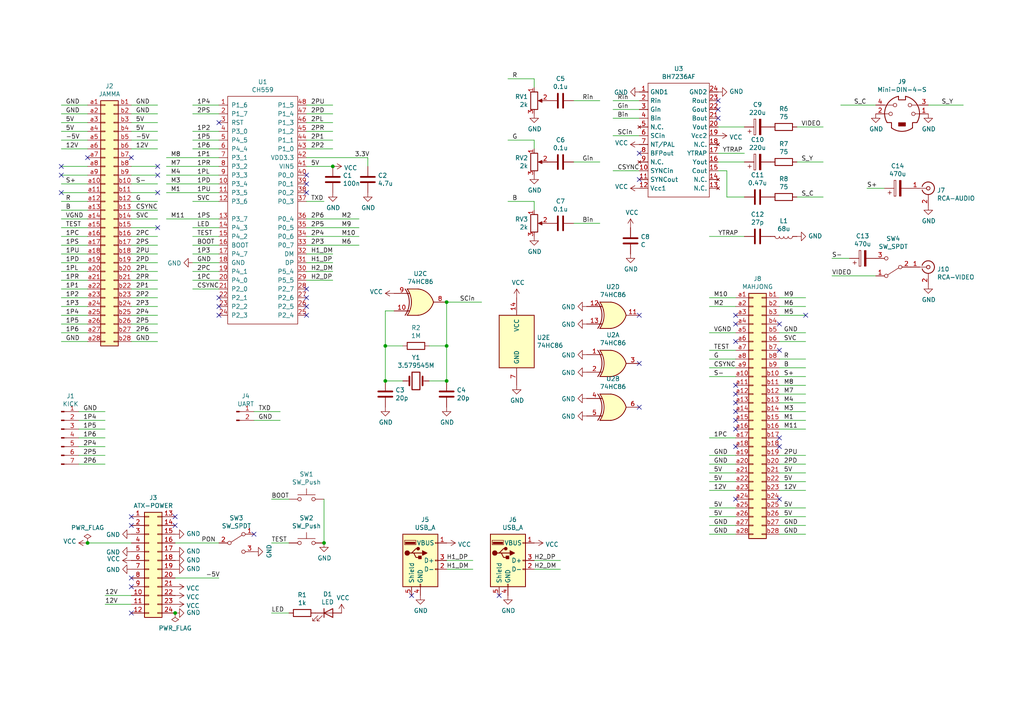
<source format=kicad_sch>
(kicad_sch (version 20211123) (generator eeschema)
  (paper "A4")
  (junction (at 129.54 110.49))
  (junction (at 25.4 157.48))
  (junction (at 96.52 48.26))
  (junction (at 129.54 100.33))
  (junction (at 93.98 157.48))
  (junction (at 50.8 177.8))
  (junction (at 111.76 110.49))
  (junction (at 129.54 87.63))
  (junction (at 111.76 100.33))
  (no_connect (at 17.78 55.88))
  (no_connect (at 185.42 118.11))
  (no_connect (at 88.9 88.9))
  (no_connect (at 88.9 91.44))
  (no_connect (at 45.72 66.04))
  (no_connect (at 45.72 55.88))
  (no_connect (at 38.1 45.72))
  (no_connect (at 213.36 121.92))
  (no_connect (at 73.66 154.94))
  (no_connect (at 38.1 177.8))
  (no_connect (at 38.1 170.18))
  (no_connect (at 38.1 167.64))
  (no_connect (at 63.5 88.9))
  (no_connect (at 38.1 152.4))
  (no_connect (at 25.4 45.72))
  (no_connect (at 185.42 52.07))
  (no_connect (at 63.5 35.56))
  (no_connect (at 88.9 55.88))
  (no_connect (at 119.38 172.72))
  (no_connect (at 50.8 149.86))
  (no_connect (at 213.36 124.46))
  (no_connect (at 226.06 93.98))
  (no_connect (at 208.28 29.21))
  (no_connect (at 213.36 99.06))
  (no_connect (at 213.36 114.3))
  (no_connect (at 213.36 111.76))
  (no_connect (at 213.36 129.54))
  (no_connect (at 213.36 93.98))
  (no_connect (at 50.8 152.4))
  (no_connect (at 226.06 129.54))
  (no_connect (at 144.78 172.72))
  (no_connect (at 17.78 50.8))
  (no_connect (at 213.36 144.78))
  (no_connect (at 208.28 31.75))
  (no_connect (at 233.68 91.44))
  (no_connect (at 185.42 105.41))
  (no_connect (at 226.06 101.6))
  (no_connect (at 88.9 53.34))
  (no_connect (at 17.78 48.26))
  (no_connect (at 38.1 149.86))
  (no_connect (at 185.42 91.44))
  (no_connect (at 226.06 144.78))
  (no_connect (at 88.9 83.82))
  (no_connect (at 213.36 116.84))
  (no_connect (at 213.36 119.38))
  (no_connect (at 45.72 48.26))
  (no_connect (at 208.28 34.29))
  (no_connect (at 88.9 86.36))
  (no_connect (at 88.9 50.8))
  (no_connect (at 185.42 44.45))
  (no_connect (at 63.5 91.44))
  (no_connect (at 45.72 50.8))
  (no_connect (at 63.5 86.36))
  (no_connect (at 226.06 127))
  (no_connect (at 213.36 91.44))
  (wire (pts (xy 55.88 81.28) (xy 63.5 81.28)))
  (wire (pts (xy 185.42 29.21) (xy 177.8 29.21)))
  (wire (pts (xy 205.74 134.62) (xy 213.36 134.62)))
  (wire (pts (xy 226.06 96.52) (xy 233.68 96.52)))
  (wire (pts (xy 111.76 110.49) (xy 116.84 110.49)))
  (wire (pts (xy 226.06 147.32) (xy 233.68 147.32)))
  (wire (pts (xy 88.9 81.28) (xy 96.52 81.28)))
  (wire (pts (xy 246.38 74.93) (xy 241.3 74.93)))
  (wire (pts (xy 48.26 45.72) (xy 63.5 45.72)))
  (wire (pts (xy 93.98 144.78) (xy 93.98 157.48)))
  (wire (pts (xy 38.1 58.42) (xy 45.72 58.42)))
  (wire (pts (xy 269.24 30.48) (xy 279.4 30.48)))
  (wire (pts (xy 38.1 33.02) (xy 45.72 33.02)))
  (wire (pts (xy 205.74 127) (xy 213.36 127)))
  (wire (pts (xy 129.54 165.1) (xy 137.16 165.1)))
  (wire (pts (xy 226.06 132.08) (xy 233.68 132.08)))
  (wire (pts (xy 38.1 172.72) (xy 30.48 172.72)))
  (wire (pts (xy 226.06 119.38) (xy 233.68 119.38)))
  (wire (pts (xy 38.1 38.1) (xy 45.72 38.1)))
  (wire (pts (xy 25.4 40.64) (xy 17.78 40.64)))
  (wire (pts (xy 226.06 88.9) (xy 233.68 88.9)))
  (wire (pts (xy 154.94 58.42) (xy 154.94 60.96)))
  (wire (pts (xy 208.28 44.45) (xy 215.9 44.45)))
  (wire (pts (xy 129.54 87.63) (xy 129.54 100.33)))
  (wire (pts (xy 129.54 87.63) (xy 139.7 87.63)))
  (wire (pts (xy 22.86 132.08) (xy 30.48 132.08)))
  (wire (pts (xy 88.9 58.42) (xy 93.98 58.42)))
  (wire (pts (xy 38.1 99.06) (xy 45.72 99.06)))
  (wire (pts (xy 226.06 91.44) (xy 233.68 91.44)))
  (wire (pts (xy 185.42 34.29) (xy 177.8 34.29)))
  (wire (pts (xy 25.4 157.48) (xy 38.1 157.48)))
  (wire (pts (xy 205.74 88.9) (xy 213.36 88.9)))
  (wire (pts (xy 73.66 119.38) (xy 81.28 119.38)))
  (wire (pts (xy 48.26 50.8) (xy 63.5 50.8)))
  (wire (pts (xy 22.86 129.54) (xy 30.48 129.54)))
  (wire (pts (xy 38.1 96.52) (xy 45.72 96.52)))
  (wire (pts (xy 226.06 86.36) (xy 233.68 86.36)))
  (wire (pts (xy 38.1 66.04) (xy 45.72 66.04)))
  (wire (pts (xy 205.74 149.86) (xy 213.36 149.86)))
  (wire (pts (xy 25.4 68.58) (xy 17.78 68.58)))
  (wire (pts (xy 38.1 78.74) (xy 45.72 78.74)))
  (wire (pts (xy 205.74 132.08) (xy 213.36 132.08)))
  (wire (pts (xy 185.42 31.75) (xy 177.8 31.75)))
  (wire (pts (xy 63.5 83.82) (xy 55.88 83.82)))
  (wire (pts (xy 38.1 68.58) (xy 45.72 68.58)))
  (wire (pts (xy 55.88 40.64) (xy 63.5 40.64)))
  (wire (pts (xy 88.9 35.56) (xy 96.52 35.56)))
  (wire (pts (xy 38.1 35.56) (xy 45.72 35.56)))
  (wire (pts (xy 226.06 121.92) (xy 233.68 121.92)))
  (wire (pts (xy 205.74 154.94) (xy 213.36 154.94)))
  (wire (pts (xy 55.88 43.18) (xy 63.5 43.18)))
  (wire (pts (xy 25.4 73.66) (xy 17.78 73.66)))
  (wire (pts (xy 25.4 96.52) (xy 17.78 96.52)))
  (wire (pts (xy 55.88 68.58) (xy 63.5 68.58)))
  (wire (pts (xy 88.9 48.26) (xy 96.52 48.26)))
  (wire (pts (xy 55.88 58.42) (xy 63.5 58.42)))
  (wire (pts (xy 55.88 38.1) (xy 63.5 38.1)))
  (wire (pts (xy 38.1 93.98) (xy 45.72 93.98)))
  (wire (pts (xy 38.1 76.2) (xy 45.72 76.2)))
  (wire (pts (xy 226.06 142.24) (xy 233.68 142.24)))
  (wire (pts (xy 111.76 90.17) (xy 111.76 100.33)))
  (wire (pts (xy 73.66 121.92) (xy 81.28 121.92)))
  (wire (pts (xy 154.94 165.1) (xy 162.56 165.1)))
  (wire (pts (xy 25.4 78.74) (xy 17.78 78.74)))
  (wire (pts (xy 38.1 73.66) (xy 45.72 73.66)))
  (wire (pts (xy 88.9 63.5) (xy 104.14 63.5)))
  (wire (pts (xy 25.4 81.28) (xy 17.78 81.28)))
  (wire (pts (xy 25.4 93.98) (xy 17.78 93.98)))
  (wire (pts (xy 124.46 110.49) (xy 129.54 110.49)))
  (wire (pts (xy 205.74 152.4) (xy 213.36 152.4)))
  (wire (pts (xy 25.4 38.1) (xy 17.78 38.1)))
  (wire (pts (xy 226.06 137.16) (xy 233.68 137.16)))
  (wire (pts (xy 25.4 58.42) (xy 17.78 58.42)))
  (wire (pts (xy 50.8 167.64) (xy 63.5 167.64)))
  (wire (pts (xy 88.9 30.48) (xy 96.52 30.48)))
  (wire (pts (xy 205.74 142.24) (xy 213.36 142.24)))
  (wire (pts (xy 22.86 124.46) (xy 30.48 124.46)))
  (wire (pts (xy 55.88 73.66) (xy 63.5 73.66)))
  (wire (pts (xy 25.4 83.82) (xy 17.78 83.82)))
  (wire (pts (xy 38.1 50.8) (xy 45.72 50.8)))
  (wire (pts (xy 154.94 40.64) (xy 147.32 40.64)))
  (wire (pts (xy 226.06 139.7) (xy 233.68 139.7)))
  (wire (pts (xy 205.74 101.6) (xy 213.36 101.6)))
  (wire (pts (xy 38.1 86.36) (xy 45.72 86.36)))
  (wire (pts (xy 226.06 111.76) (xy 233.68 111.76)))
  (wire (pts (xy 25.4 60.96) (xy 17.78 60.96)))
  (wire (pts (xy 210.82 57.15) (xy 215.9 57.15)))
  (wire (pts (xy 114.3 90.17) (xy 111.76 90.17)))
  (wire (pts (xy 185.42 49.53) (xy 177.8 49.53)))
  (wire (pts (xy 226.06 114.3) (xy 233.68 114.3)))
  (wire (pts (xy 231.14 57.15) (xy 238.76 57.15)))
  (wire (pts (xy 208.28 49.53) (xy 210.82 49.53)))
  (wire (pts (xy 208.28 46.99) (xy 215.9 46.99)))
  (wire (pts (xy 38.1 81.28) (xy 45.72 81.28)))
  (wire (pts (xy 205.74 86.36) (xy 213.36 86.36)))
  (wire (pts (xy 154.94 22.86) (xy 154.94 25.4)))
  (wire (pts (xy 48.26 55.88) (xy 63.5 55.88)))
  (wire (pts (xy 55.88 33.02) (xy 63.5 33.02)))
  (wire (pts (xy 166.37 29.21) (xy 173.99 29.21)))
  (wire (pts (xy 25.4 66.04) (xy 17.78 66.04)))
  (wire (pts (xy 38.1 175.26) (xy 30.48 175.26)))
  (wire (pts (xy 185.42 39.37) (xy 177.8 39.37)))
  (wire (pts (xy 154.94 58.42) (xy 147.32 58.42)))
  (wire (pts (xy 25.4 86.36) (xy 17.78 86.36)))
  (wire (pts (xy 38.1 60.96) (xy 45.72 60.96)))
  (wire (pts (xy 166.37 46.99) (xy 173.99 46.99)))
  (wire (pts (xy 226.06 99.06) (xy 233.68 99.06)))
  (wire (pts (xy 226.06 124.46) (xy 233.68 124.46)))
  (wire (pts (xy 205.74 109.22) (xy 213.36 109.22)))
  (wire (pts (xy 38.1 55.88) (xy 45.72 55.88)))
  (wire (pts (xy 226.06 116.84) (xy 233.68 116.84)))
  (wire (pts (xy 88.9 73.66) (xy 96.52 73.66)))
  (wire (pts (xy 25.4 33.02) (xy 17.78 33.02)))
  (wire (pts (xy 25.4 53.34) (xy 17.78 53.34)))
  (wire (pts (xy 88.9 76.2) (xy 96.52 76.2)))
  (wire (pts (xy 38.1 83.82) (xy 45.72 83.82)))
  (wire (pts (xy 25.4 35.56) (xy 17.78 35.56)))
  (wire (pts (xy 22.86 127) (xy 30.48 127)))
  (wire (pts (xy 55.88 66.04) (xy 63.5 66.04)))
  (wire (pts (xy 38.1 91.44) (xy 45.72 91.44)))
  (wire (pts (xy 38.1 30.48) (xy 45.72 30.48)))
  (wire (pts (xy 129.54 100.33) (xy 129.54 110.49)))
  (wire (pts (xy 241.3 80.01) (xy 254 80.01)))
  (wire (pts (xy 88.9 38.1) (xy 96.52 38.1)))
  (wire (pts (xy 205.74 104.14) (xy 213.36 104.14)))
  (wire (pts (xy 25.4 76.2) (xy 17.78 76.2)))
  (wire (pts (xy 154.94 162.56) (xy 162.56 162.56)))
  (wire (pts (xy 215.9 68.58) (xy 205.74 68.58)))
  (wire (pts (xy 38.1 48.26) (xy 45.72 48.26)))
  (wire (pts (xy 83.82 144.78) (xy 78.74 144.78)))
  (wire (pts (xy 22.86 134.62) (xy 30.48 134.62)))
  (wire (pts (xy 116.84 100.33) (xy 111.76 100.33)))
  (wire (pts (xy 25.4 43.18) (xy 17.78 43.18)))
  (wire (pts (xy 166.37 64.77) (xy 173.99 64.77)))
  (wire (pts (xy 55.88 71.12) (xy 63.5 71.12)))
  (wire (pts (xy 55.88 76.2) (xy 63.5 76.2)))
  (wire (pts (xy 226.06 109.22) (xy 233.68 109.22)))
  (wire (pts (xy 88.9 45.72) (xy 106.68 45.72)))
  (wire (pts (xy 88.9 40.64) (xy 96.52 40.64)))
  (wire (pts (xy 25.4 99.06) (xy 17.78 99.06)))
  (wire (pts (xy 111.76 100.33) (xy 111.76 110.49)))
  (wire (pts (xy 25.4 55.88) (xy 17.78 55.88)))
  (wire (pts (xy 48.26 48.26) (xy 63.5 48.26)))
  (wire (pts (xy 226.06 106.68) (xy 233.68 106.68)))
  (wire (pts (xy 83.82 177.8) (xy 78.74 177.8)))
  (wire (pts (xy 226.06 152.4) (xy 233.68 152.4)))
  (wire (pts (xy 38.1 40.64) (xy 45.72 40.64)))
  (wire (pts (xy 210.82 49.53) (xy 210.82 57.15)))
  (wire (pts (xy 55.88 78.74) (xy 63.5 78.74)))
  (wire (pts (xy 25.4 88.9) (xy 17.78 88.9)))
  (wire (pts (xy 106.68 45.72) (xy 106.68 48.26)))
  (wire (pts (xy 226.06 149.86) (xy 233.68 149.86)))
  (wire (pts (xy 22.86 121.92) (xy 30.48 121.92)))
  (wire (pts (xy 48.26 53.34) (xy 63.5 53.34)))
  (wire (pts (xy 205.74 139.7) (xy 213.36 139.7)))
  (wire (pts (xy 55.88 30.48) (xy 63.5 30.48)))
  (wire (pts (xy 256.54 54.61) (xy 251.46 54.61)))
  (wire (pts (xy 208.28 36.83) (xy 215.9 36.83)))
  (wire (pts (xy 38.1 88.9) (xy 45.72 88.9)))
  (wire (pts (xy 124.46 100.33) (xy 129.54 100.33)))
  (wire (pts (xy 38.1 53.34) (xy 45.72 53.34)))
  (wire (pts (xy 226.06 104.14) (xy 233.68 104.14)))
  (wire (pts (xy 88.9 78.74) (xy 96.52 78.74)))
  (wire (pts (xy 88.9 43.18) (xy 96.52 43.18)))
  (wire (pts (xy 50.8 157.48) (xy 63.5 157.48)))
  (wire (pts (xy 78.74 157.48) (xy 83.82 157.48)))
  (wire (pts (xy 38.1 43.18) (xy 45.72 43.18)))
  (wire (pts (xy 129.54 162.56) (xy 137.16 162.56)))
  (wire (pts (xy 25.4 50.8) (xy 17.78 50.8)))
  (wire (pts (xy 48.26 63.5) (xy 63.5 63.5)))
  (wire (pts (xy 88.9 68.58) (xy 104.14 68.58)))
  (wire (pts (xy 226.06 134.62) (xy 233.68 134.62)))
  (wire (pts (xy 205.74 96.52) (xy 213.36 96.52)))
  (wire (pts (xy 226.06 154.94) (xy 233.68 154.94)))
  (wire (pts (xy 231.14 46.99) (xy 238.76 46.99)))
  (wire (pts (xy 25.4 91.44) (xy 17.78 91.44)))
  (wire (pts (xy 154.94 22.86) (xy 147.32 22.86)))
  (wire (pts (xy 88.9 66.04) (xy 104.14 66.04)))
  (wire (pts (xy 243.84 30.48) (xy 254 30.48)))
  (wire (pts (xy 205.74 106.68) (xy 213.36 106.68)))
  (wire (pts (xy 154.94 40.64) (xy 154.94 43.18)))
  (wire (pts (xy 25.4 48.26) (xy 17.78 48.26)))
  (wire (pts (xy 25.4 63.5) (xy 17.78 63.5)))
  (wire (pts (xy 25.4 30.48) (xy 17.78 30.48)))
  (wire (pts (xy 88.9 33.02) (xy 96.52 33.02)))
  (wire (pts (xy 205.74 137.16) (xy 213.36 137.16)))
  (wire (pts (xy 231.14 36.83) (xy 238.76 36.83)))
  (wire (pts (xy 205.74 147.32) (xy 213.36 147.32)))
  (wire (pts (xy 88.9 71.12) (xy 104.14 71.12)))
  (wire (pts (xy 38.1 71.12) (xy 45.72 71.12)))
  (wire (pts (xy 22.86 119.38) (xy 30.48 119.38)))
  (wire (pts (xy 38.1 63.5) (xy 45.72 63.5)))
  (wire (pts (xy 25.4 71.12) (xy 17.78 71.12)))
  (label "TEST" (at 78.74 157.48 0))
  (label "GND" (at 207.01 152.4 0))
  (label "2P4" (at 24.13 129.54 0))
  (label "2PS" (at 57.15 33.02 0))
  (label "R" (at 227.33 104.14 0))
  (label "2PU" (at 90.17 30.48 0))
  (label "5V" (at 39.37 38.1 0))
  (label "1P2" (at 19.05 86.36 0))
  (label "1P4" (at 19.05 91.44 0))
  (label "1PL" (at 57.15 50.8 0))
  (label "1PS" (at 19.05 71.12 0))
  (label "2P2" (at 39.37 86.36 0))
  (label "CSYNC" (at 207.01 106.68 0))
  (label "Gin" (at 179.07 31.75 0))
  (label "1P4" (at 57.15 30.48 0))
  (label "12V" (at 207.01 142.24 0))
  (label "1P6" (at 19.05 96.52 0))
  (label "12V" (at 19.05 43.18 0))
  (label "2P5" (at 90.17 66.04 0))
  (label "5V" (at 19.05 38.1 0))
  (label "GND" (at 207.01 134.62 0))
  (label "2P5" (at 39.37 93.98 0))
  (label "2P5" (at 24.13 132.08 0))
  (label "M10" (at 207.01 86.36 0))
  (label "S_Y" (at 273.05 30.48 0))
  (label "1PR" (at 19.05 81.28 0))
  (label "BOOT" (at 57.15 71.12 0))
  (label "M4" (at 49.53 50.8 0))
  (label "GND" (at 39.37 99.06 0))
  (label "12V" (at 30.48 172.72 0))
  (label "S_C" (at 232.41 57.15 0))
  (label "B" (at 19.05 60.96 0))
  (label "M7" (at 227.33 114.3 0))
  (label "2PU" (at 227.33 132.08 0))
  (label "M8" (at 49.53 45.72 0))
  (label "GND" (at 19.05 30.48 0))
  (label "M2" (at 99.06 63.5 0))
  (label "R" (at 148.59 22.86 0))
  (label "CSYNC" (at 179.07 49.53 0))
  (label "5V" (at 207.01 139.7 0))
  (label "1P1" (at 57.15 45.72 0))
  (label "1PL" (at 19.05 78.74 0))
  (label "1P5" (at 24.13 124.46 0))
  (label "GND" (at 19.05 99.06 0))
  (label "VGND" (at 207.01 96.52 0))
  (label "5V" (at 207.01 137.16 0))
  (label "1P6" (at 57.15 43.18 0))
  (label "S-" (at 241.3 74.93 0))
  (label "2PR" (at 90.17 38.1 0))
  (label "Rin" (at 179.07 29.21 0))
  (label "H1_DP" (at 90.17 76.2 0))
  (label "Bin" (at 179.07 34.29 0))
  (label "5V" (at 19.05 35.56 0))
  (label "1PC" (at 57.15 81.28 0))
  (label "1PC" (at 19.05 68.58 0))
  (label "2PL" (at 90.17 35.56 0))
  (label "H1_DM" (at 90.17 73.66 0))
  (label "2P6" (at 90.17 63.5 0))
  (label "VIDEO" (at 232.41 36.83 0))
  (label "-5V" (at 39.37 40.64 0))
  (label "SVC" (at 227.33 99.06 0))
  (label "H1_DM" (at 129.54 165.1 0))
  (label "YTRAP" (at 209.55 44.45 0))
  (label "1PR" (at 57.15 48.26 0))
  (label "12V" (at 39.37 43.18 0))
  (label "5V" (at 90.17 48.26 0))
  (label "Bin" (at 168.91 64.77 0))
  (label "GND" (at 207.01 154.94 0))
  (label "5V" (at 207.01 147.32 0))
  (label "2P2" (at 90.17 43.18 0))
  (label "2PD" (at 39.37 76.2 0))
  (label "GND" (at 39.37 30.48 0))
  (label "M3" (at 49.53 53.34 0))
  (label "M8" (at 227.33 111.76 0))
  (label "1PU" (at 19.05 73.66 0))
  (label "2P1" (at 39.37 83.82 0))
  (label "12V" (at 30.48 175.26 0))
  (label "GND" (at 19.05 33.02 0))
  (label "TXD" (at 90.17 58.42 0))
  (label "S-" (at 39.37 53.34 0))
  (label "2PD" (at 227.33 134.62 0))
  (label "GND" (at 207.01 132.08 0))
  (label "M2" (at 207.01 88.9 0))
  (label "G" (at 207.01 104.14 0))
  (label "5V" (at 227.33 149.86 0))
  (label "1P6" (at 24.13 127 0))
  (label "M7" (at 49.53 48.26 0))
  (label "2PS" (at 39.37 71.12 0))
  (label "M9" (at 99.06 66.04 0))
  (label "1PU" (at 57.15 55.88 0))
  (label "YTRAP" (at 208.28 68.58 0))
  (label "H2_DP" (at 90.17 81.28 0))
  (label "M9" (at 227.33 86.36 0))
  (label "SCin" (at 133.35 87.63 0))
  (label "CSYNC" (at 57.15 83.82 0))
  (label "GND" (at 227.33 96.52 0))
  (label "1P3" (at 57.15 73.66 0))
  (label "12V" (at 227.33 142.24 0))
  (label "VIDEO" (at 241.3 80.01 0))
  (label "H2_DM" (at 154.94 165.1 0))
  (label "3.3V" (at 102.87 45.72 0))
  (label "SVC" (at 39.37 63.5 0))
  (label "LED" (at 78.74 177.8 0))
  (label "2PC" (at 39.37 68.58 0))
  (label "2PD" (at 90.17 33.02 0))
  (label "TEST" (at 19.05 66.04 0))
  (label "SVC" (at 57.15 58.42 0))
  (label "GND" (at 227.33 154.94 0))
  (label "SCin" (at 179.07 39.37 0))
  (label "M11" (at 227.33 124.46 0))
  (label "1P3" (at 19.05 88.9 0))
  (label "5V" (at 207.01 149.86 0))
  (label "BOOT" (at 78.74 144.78 0))
  (label "TEST" (at 57.15 68.58 0))
  (label "2PC" (at 57.15 78.74 0))
  (label "GND" (at 39.37 33.02 0))
  (label "5V" (at 39.37 35.56 0))
  (label "2P6" (at 24.13 134.62 0))
  (label "M1" (at 49.53 55.88 0))
  (label "GND" (at 74.93 121.92 0))
  (label "TEST" (at 207.01 101.6 0))
  (label "-5V" (at 59.69 167.64 0))
  (label "B" (at 227.33 106.68 0))
  (label "1P2" (at 57.15 38.1 0))
  (label "S+" (at 227.33 109.22 0))
  (label "S_Y" (at 232.41 46.99 0))
  (label "1P4" (at 24.13 121.92 0))
  (label "B" (at 148.59 58.42 0))
  (label "2P6" (at 39.37 96.52 0))
  (label "2PR" (at 39.37 81.28 0))
  (label "2P3" (at 39.37 88.9 0))
  (label "LED" (at 57.15 66.04 0))
  (label "2P1" (at 90.17 40.64 0))
  (label "M6" (at 227.33 88.9 0))
  (label "G" (at 39.37 58.42 0))
  (label "Gin" (at 168.91 46.99 0))
  (label "H1_DP" (at 129.54 162.56 0))
  (label "5V" (at 227.33 147.32 0))
  (label "G" (at 148.59 40.64 0))
  (label "VGND" (at 19.05 63.5 0))
  (label "R" (at 19.05 58.42 0))
  (label "H2_DP" (at 154.94 162.56 0))
  (label "H2_DM" (at 90.17 78.74 0))
  (label "2PL" (at 39.37 78.74 0))
  (label "2P4" (at 39.37 91.44 0))
  (label "CSYNC" (at 39.37 60.96 0))
  (label "1PD" (at 57.15 53.34 0))
  (label "S+" (at 19.05 53.34 0))
  (label "1PS" (at 57.15 63.5 0))
  (label "1P1" (at 19.05 83.82 0))
  (label "M4" (at 227.33 116.84 0))
  (label "PON" (at 58.42 157.48 0))
  (label "2P3" (at 90.17 71.12 0))
  (label "-5V" (at 19.05 40.64 0))
  (label "1P5" (at 57.15 40.64 0))
  (label "GND" (at 24.13 119.38 0))
  (label "S+" (at 251.46 54.61 0))
  (label "5V" (at 227.33 139.7 0))
  (label "S_C" (at 247.65 30.48 0))
  (label "M3" (at 227.33 119.38 0))
  (label "Rin" (at 168.91 29.21 0))
  (label "2P4" (at 90.17 68.58 0))
  (label "GND" (at 227.33 152.4 0))
  (label "1PC" (at 207.01 127 0))
  (label "M11" (at 49.53 63.5 0))
  (label "GND" (at 57.15 76.2 0))
  (label "5V" (at 227.33 137.16 0))
  (label "M1" (at 227.33 121.92 0))
  (label "1P5" (at 19.05 93.98 0))
  (label "M5" (at 227.33 91.44 0))
  (label "M10" (at 99.06 68.58 0))
  (label "S-" (at 207.01 109.22 0))
  (label "TXD" (at 74.93 119.38 0))
  (label "2PU" (at 39.37 73.66 0))
  (label "M6" (at 99.06 71.12 0))
  (label "1PD" (at 19.05 76.2 0))
  (symbol (lib_id "Connector:Conn_01x07_Male") (at 17.78 127 0) (unit 1)
    (property "Reference" "J1" (at 20.4724 114.8588 0))
    (property "Value" "KICK" (at 20.4724 117.1702 0))
    (property "Footprint" "Connector_PinHeader_2.54mm:PinHeader_1x07_P2.54mm_Vertical" (effects hide))
  )
  (symbol (lib_id "Jasmin-rescue:BH7236AF-mei") (at 196.85 39.37 0) (unit 1)
    (property "Reference" "U3" (at 196.85 19.939 0))
    (property "Value" "BH7236AF" (at 196.85 22.2504 0))
    (property "Footprint" "mei:SOIC-24_5.4x15.4mm_P1.27mm[BH7236]" (effects hide))
  )
  (symbol (lib_id "Jasmin-rescue:R_POT-Device") (at 154.94 29.21 0) (unit 1)
    (property "Reference" "RV1" (at 153.162 28.0416 0) (effects (justify right)))
    (property "Value" "2k" (at 153.162 30.353 0) (effects (justify right)))
    (property "Footprint" "mei:RV-RM-065" (effects hide))
  )
  (symbol (lib_id "power:GND") (at 154.94 33.02 0) (unit 1)
    (property "Reference" "#PWR029" (effects hide))
    (property "Value" "GND" (at 155.067 37.4142 0))
  )
  (symbol (lib_id "Device:C") (at 162.56 29.21 270) (unit 1)
    (property "Reference" "C5" (at 162.56 22.8092 90))
    (property "Value" "0.1u" (at 162.56 25.1206 90))
    (property "Footprint" "Capacitor_SMD:C_0603_1608Metric" (effects hide))
  )
  (symbol (lib_id "Jasmin-rescue:R_POT-Device") (at 154.94 46.99 0) (unit 1)
    (property "Reference" "RV2" (at 153.162 45.8216 0) (effects (justify right)))
    (property "Value" "2k" (at 153.162 48.133 0) (effects (justify right)))
    (property "Footprint" "mei:RV-RM-065" (effects hide))
  )
  (symbol (lib_id "power:GND") (at 154.94 50.8 0) (unit 1)
    (property "Reference" "#PWR030" (effects hide))
    (property "Value" "GND" (at 155.067 55.1942 0))
  )
  (symbol (lib_id "Device:C") (at 162.56 46.99 270) (unit 1)
    (property "Reference" "C6" (at 162.56 40.5892 90))
    (property "Value" "0.1u" (at 162.56 42.9006 90))
    (property "Footprint" "Capacitor_SMD:C_0603_1608Metric" (effects hide))
  )
  (symbol (lib_id "Jasmin-rescue:R_POT-Device") (at 154.94 64.77 0) (unit 1)
    (property "Reference" "RV3" (at 153.162 63.6016 0) (effects (justify right)))
    (property "Value" "2k" (at 153.162 65.913 0) (effects (justify right)))
    (property "Footprint" "mei:RV-RM-065" (effects hide))
  )
  (symbol (lib_id "power:GND") (at 154.94 68.58 0) (unit 1)
    (property "Reference" "#PWR031" (effects hide))
    (property "Value" "GND" (at 155.067 72.9742 0))
  )
  (symbol (lib_id "Device:C") (at 162.56 64.77 270) (unit 1)
    (property "Reference" "C7" (at 162.56 58.3692 90))
    (property "Value" "0.1u" (at 162.56 60.6806 90))
    (property "Footprint" "Capacitor_SMD:C_0603_1608Metric" (effects hide))
  )
  (symbol (lib_id "power:GND") (at 185.42 26.67 270) (unit 1)
    (property "Reference" "#PWR037" (effects hide))
    (property "Value" "GND" (at 182.1688 26.797 90) (effects (justify right)))
  )
  (symbol (lib_id "power:GND") (at 208.28 26.67 90) (unit 1)
    (property "Reference" "#PWR040" (effects hide))
    (property "Value" "GND" (at 211.5312 26.543 90) (effects (justify right)))
  )
  (symbol (lib_id "power:VCC") (at 185.42 54.61 90) (unit 1)
    (property "Reference" "#PWR039" (effects hide))
    (property "Value" "VCC" (at 182.1942 54.1528 90) (effects (justify left)))
  )
  (symbol (lib_id "power:VCC") (at 185.42 41.91 90) (unit 1)
    (property "Reference" "#PWR038" (effects hide))
    (property "Value" "VCC" (at 182.1942 41.4528 90) (effects (justify left)))
  )
  (symbol (lib_id "power:VCC") (at 208.28 39.37 270) (unit 1)
    (property "Reference" "#PWR041" (effects hide))
    (property "Value" "VCC" (at 211.5312 39.8018 90) (effects (justify left)))
  )
  (symbol (lib_id "Jasmin-rescue:CP-Device") (at 219.71 36.83 90) (unit 1)
    (property "Reference" "C9" (at 219.71 30.353 90))
    (property "Value" "220u" (at 219.71 32.6644 90))
    (property "Footprint" "Capacitor_THT:CP_Radial_D5.0mm_P2.50mm" (effects hide))
  )
  (symbol (lib_id "Jasmin-rescue:CP-Device") (at 219.71 46.99 90) (unit 1)
    (property "Reference" "C10" (at 219.71 40.513 90))
    (property "Value" "220u" (at 219.71 42.8244 90))
    (property "Footprint" "Capacitor_THT:CP_Radial_D5.0mm_P2.50mm" (effects hide))
  )
  (symbol (lib_id "Device:C") (at 219.71 57.15 270) (unit 1)
    (property "Reference" "C11" (at 219.71 50.7492 90))
    (property "Value" "0.47u" (at 219.71 53.0606 90))
    (property "Footprint" "Capacitor_SMD:C_0603_1608Metric" (effects hide))
  )
  (symbol (lib_id "Device:R") (at 227.33 36.83 270) (unit 1)
    (property "Reference" "R6" (at 227.33 31.5722 90))
    (property "Value" "75" (at 227.33 33.8836 90))
    (property "Footprint" "Resistor_SMD:R_0603_1608Metric" (effects hide))
  )
  (symbol (lib_id "Device:R") (at 227.33 46.99 270) (unit 1)
    (property "Reference" "R7" (at 227.33 41.7322 90))
    (property "Value" "75" (at 227.33 44.0436 90))
    (property "Footprint" "Resistor_SMD:R_0603_1608Metric" (effects hide))
  )
  (symbol (lib_id "Device:R") (at 227.33 57.15 270) (unit 1)
    (property "Reference" "R8" (at 227.33 51.8922 90))
    (property "Value" "75" (at 227.33 54.2036 90))
    (property "Footprint" "Resistor_SMD:R_0603_1608Metric" (effects hide))
  )
  (symbol (lib_id "Device:C") (at 182.88 69.85 0) (unit 1)
    (property "Reference" "C8" (at 185.801 68.6816 0) (effects (justify left)))
    (property "Value" "C" (at 185.801 70.993 0) (effects (justify left)))
    (property "Footprint" "Capacitor_SMD:C_0603_1608Metric" (effects hide))
  )
  (symbol (lib_id "power:VCC") (at 182.88 66.04 0) (unit 1)
    (property "Reference" "#PWR035" (effects hide))
    (property "Value" "VCC" (at 183.3118 61.6458 0))
  )
  (symbol (lib_id "power:GND") (at 182.88 73.66 0) (unit 1)
    (property "Reference" "#PWR036" (effects hide))
    (property "Value" "GND" (at 183.007 78.0542 0))
  )
  (symbol (lib_id "74xx:74HC86") (at 149.86 99.06 0) (unit 5)
    (property "Reference" "U2" (at 155.702 97.8916 0) (effects (justify left)))
    (property "Value" "74HC86" (at 155.702 100.203 0) (effects (justify left)))
    (property "Footprint" "mei:SOIC-14_4.4x8.7mm_P1.27mm" (effects hide))
    (property "Datasheet" "http://www.ti.com/lit/gpn/sn74HC86" (effects hide))
  )
  (symbol (lib_id "power:GND") (at 149.86 111.76 0) (unit 1)
    (property "Reference" "#PWR028" (effects hide))
    (property "Value" "GND" (at 149.987 116.1542 0))
  )
  (symbol (lib_id "power:VCC") (at 149.86 86.36 0) (unit 1)
    (property "Reference" "#PWR027" (effects hide))
    (property "Value" "VCC" (at 150.2918 81.9658 0))
  )
  (symbol (lib_id "Connector:Mini-DIN-4") (at 261.62 33.02 0) (unit 1)
    (property "Reference" "J9" (at 261.62 23.6982 0))
    (property "Value" "Mini-DIN-4-S" (at 261.62 26.0096 0))
    (property "Footprint" "mei:MINI-DIN-4-DI-6798-4" (effects hide))
    (property "Datasheet" "http://service.powerdynamics.com/ec/Catalog17/Section%2011.pdf" (effects hide))
  )
  (symbol (lib_id "power:GND") (at 269.24 33.02 0) (unit 1)
    (property "Reference" "#PWR045" (effects hide))
    (property "Value" "GND" (at 269.367 37.4142 0))
  )
  (symbol (lib_id "power:GND") (at 254 33.02 0) (unit 1)
    (property "Reference" "#PWR043" (effects hide))
    (property "Value" "GND" (at 254.127 37.4142 0))
  )
  (symbol (lib_id "Connector:Conn_Coaxial") (at 269.24 77.47 0) (unit 1)
    (property "Reference" "J10" (at 271.78 78.0796 0) (effects (justify left)))
    (property "Value" "RCA-VIDEO" (at 271.78 80.391 0) (effects (justify left)))
    (property "Footprint" "mei:RCA-RJ-2410N" (effects hide))
    (property "Datasheet" " ~" (effects hide))
  )
  (symbol (lib_id "power:GND") (at 269.24 82.55 0) (unit 1)
    (property "Reference" "#PWR044" (effects hide))
    (property "Value" "GND" (at 269.367 86.9442 0))
  )
  (symbol (lib_id "Device:Crystal") (at 120.65 110.49 0) (unit 1)
    (property "Reference" "Y1" (at 120.65 103.6828 0))
    (property "Value" "3.579545M" (at 120.65 105.9942 0))
    (property "Footprint" "Crystal:Crystal_HC49-4H_Vertical" (effects hide))
  )
  (symbol (lib_id "Device:C") (at 111.76 114.3 0) (unit 1)
    (property "Reference" "C3" (at 114.681 113.1316 0) (effects (justify left)))
    (property "Value" "20p" (at 114.681 115.443 0) (effects (justify left)))
    (property "Footprint" "Capacitor_SMD:C_0603_1608Metric" (effects hide))
  )
  (symbol (lib_id "Device:C") (at 129.54 114.3 0) (unit 1)
    (property "Reference" "C4" (at 132.461 113.1316 0) (effects (justify left)))
    (property "Value" "20p" (at 132.461 115.443 0) (effects (justify left)))
    (property "Footprint" "Capacitor_SMD:C_0603_1608Metric" (effects hide))
  )
  (symbol (lib_id "Device:R") (at 120.65 100.33 270) (unit 1)
    (property "Reference" "R2" (at 120.65 95.0722 90))
    (property "Value" "1M" (at 120.65 97.3836 90))
    (property "Footprint" "Resistor_SMD:R_0603_1608Metric" (effects hide))
  )
  (symbol (lib_id "power:GND") (at 111.76 118.11 0) (unit 1)
    (property "Reference" "#PWR021" (effects hide))
    (property "Value" "GND" (at 111.887 122.5042 0))
  )
  (symbol (lib_id "power:GND") (at 129.54 118.11 0) (unit 1)
    (property "Reference" "#PWR024" (effects hide))
    (property "Value" "GND" (at 129.667 122.5042 0))
  )
  (symbol (lib_id "74xx:74HC86") (at 121.92 87.63 0) (unit 3)
    (property "Reference" "U2" (at 121.92 79.375 0))
    (property "Value" "74HC86" (at 121.92 81.6864 0))
    (property "Footprint" "mei:SOIC-14_4.4x8.7mm_P1.27mm" (effects hide))
    (property "Datasheet" "http://www.ti.com/lit/gpn/sn74HC86" (effects hide))
  )
  (symbol (lib_id "power:VCC") (at 114.3 85.09 90) (unit 1)
    (property "Reference" "#PWR022" (effects hide))
    (property "Value" "VCC" (at 111.0742 84.6328 90) (effects (justify left)))
  )
  (symbol (lib_id "Device:C") (at 219.71 68.58 270) (unit 1)
    (property "Reference" "C12" (at 219.71 62.1792 90))
    (property "Value" "27p" (at 219.71 64.4906 90))
    (property "Footprint" "Capacitor_SMD:C_0603_1608Metric" (effects hide))
  )
  (symbol (lib_id "Device:L") (at 227.33 68.58 270) (unit 1)
    (property "Reference" "L1" (at 227.33 64.0588 90))
    (property "Value" "68u" (at 227.33 66.3702 90))
    (property "Footprint" "Inductor_SMD:L_0805_2012Metric" (effects hide))
  )
  (symbol (lib_id "power:GND") (at 231.14 68.58 90) (unit 1)
    (property "Reference" "#PWR042" (effects hide))
    (property "Value" "GND" (at 234.3912 68.453 90) (effects (justify right)))
  )
  (symbol (lib_id "74xx:74HC86") (at 177.8 91.44 0) (unit 4)
    (property "Reference" "U2" (at 177.8 83.185 0))
    (property "Value" "74HC86" (at 177.8 85.4964 0))
    (property "Footprint" "mei:SOIC-14_4.4x8.7mm_P1.27mm" (effects hide))
    (property "Datasheet" "http://www.ti.com/lit/gpn/sn74HC86" (effects hide))
  )
  (symbol (lib_id "power:GND") (at 170.18 88.9 270) (unit 1)
    (property "Reference" "#PWR033" (effects hide))
    (property "Value" "GND" (at 166.9288 89.027 90) (effects (justify right)))
  )
  (symbol (lib_id "power:GND") (at 170.18 93.98 270) (unit 1)
    (property "Reference" "#PWR034" (effects hide))
    (property "Value" "GND" (at 166.9288 94.107 90) (effects (justify right)))
  )
  (symbol (lib_id "Connector_Generic:Conn_02x28_Row_Letter_First") (at 218.44 119.38 0) (unit 1)
    (property "Reference" "J8" (at 219.71 80.8482 0))
    (property "Value" "MAHJONG" (at 219.71 83.1596 0))
    (property "Footprint" "mei:Connector_Edge_3.96mm_02x28_Row_JAMMA" (effects hide))
  )
  (symbol (lib_id "power:GND") (at 55.88 76.2 270) (unit 1)
    (property "Reference" "#PWR014" (effects hide))
    (property "Value" "GND" (at 52.6288 76.327 90) (effects (justify right)))
  )
  (symbol (lib_id "Jasmin-rescue:CH559-mei") (at 76.2 59.69 0) (unit 1)
    (property "Reference" "U1" (at 76.2 23.749 0))
    (property "Value" "CH559" (at 76.2 26.0604 0))
    (property "Footprint" "Package_QFP:LQFP-48_7x7mm_P0.5mm" (effects hide))
  )
  (symbol (lib_id "Device:C") (at 96.52 52.07 0) (unit 1)
    (property "Reference" "C1" (at 99.441 50.9016 0) (effects (justify left)))
    (property "Value" "100n" (at 99.441 53.213 0) (effects (justify left)))
    (property "Footprint" "Capacitor_SMD:C_0603_1608Metric_Pad1.05x0.95mm_HandSolder" (effects hide))
  )
  (symbol (lib_id "power:GND") (at 96.52 55.88 0) (unit 1)
    (property "Reference" "#PWR018" (effects hide))
    (property "Value" "GND" (at 96.647 60.2742 0))
  )
  (symbol (lib_id "Device:C") (at 106.68 52.07 0) (unit 1)
    (property "Reference" "C2" (at 109.601 50.9016 0) (effects (justify left)))
    (property "Value" "4.7u" (at 109.601 53.213 0) (effects (justify left)))
    (property "Footprint" "Capacitor_SMD:C_0603_1608Metric_Pad1.05x0.95mm_HandSolder" (effects hide))
  )
  (symbol (lib_id "power:GND") (at 106.68 55.88 0) (unit 1)
    (property "Reference" "#PWR020" (effects hide))
    (property "Value" "GND" (at 106.807 60.2742 0))
  )
  (symbol (lib_id "Connector_Generic:Conn_02x28_Row_Letter_First") (at 30.48 63.5 0) (unit 1)
    (property "Reference" "J2" (at 31.75 24.9682 0))
    (property "Value" "JAMMA" (at 31.75 27.2796 0))
    (property "Footprint" "mei:Connector_Edge_3.96mm_02x28_Row_JAMMA" (effects hide))
  )
  (symbol (lib_id "Connector:Conn_01x02_Male") (at 68.58 119.38 0) (unit 1)
    (property "Reference" "J4" (at 71.2724 114.8588 0))
    (property "Value" "UART" (at 71.2724 117.1702 0))
    (property "Footprint" "Connector_PinHeader_2.54mm:PinHeader_1x02_P2.54mm_Vertical" (effects hide))
  )
  (symbol (lib_id "power:VCC") (at 96.52 48.26 270) (unit 1)
    (property "Reference" "#PWR017" (effects hide))
    (property "Value" "VCC" (at 99.7712 48.6918 90) (effects (justify left)))
  )
  (symbol (lib_id "Connector:Conn_Coaxial") (at 269.24 54.61 0) (unit 1)
    (property "Reference" "J7" (at 271.7546 55.2196 0) (effects (justify left)))
    (property "Value" "RCA-AUDIO" (at 271.7546 57.531 0) (effects (justify left)))
    (property "Footprint" "mei:RCA-RJ-2410N" (effects hide))
    (property "Datasheet" " ~" (effects hide))
  )
  (symbol (lib_id "Connector_Generic:Conn_02x12_Top_Bottom") (at 43.18 162.56 0) (unit 1)
    (property "Reference" "J3" (at 44.45 144.3482 0))
    (property "Value" "ATX-POWER" (at 44.45 146.6596 0))
    (property "Footprint" "Connector_Molex:Molex_Mini-Fit_Jr_5566-24A_2x12_P4.20mm_Vertical" (effects hide))
  )
  (symbol (lib_id "power:GND") (at 38.1 154.94 270) (unit 1)
    (property "Reference" "#PWR02" (effects hide))
    (property "Value" "GND" (at 34.8488 155.067 90) (effects (justify right)))
  )
  (symbol (lib_id "power:GND") (at 38.1 160.02 270) (unit 1)
    (property "Reference" "#PWR03" (effects hide))
    (property "Value" "GND" (at 34.8488 160.147 90) (effects (justify right)))
  )
  (symbol (lib_id "power:GND") (at 38.1 165.1 270) (unit 1)
    (property "Reference" "#PWR05" (effects hide))
    (property "Value" "GND" (at 34.8488 165.227 90) (effects (justify right)))
  )
  (symbol (lib_id "power:GND") (at 50.8 154.94 90) (unit 1)
    (property "Reference" "#PWR06" (effects hide))
    (property "Value" "GND" (at 54.0512 154.813 90) (effects (justify right)))
  )
  (symbol (lib_id "power:GND") (at 50.8 160.02 90) (unit 1)
    (property "Reference" "#PWR07" (effects hide))
    (property "Value" "GND" (at 54.0512 159.893 90) (effects (justify right)))
  )
  (symbol (lib_id "power:GND") (at 50.8 162.56 90) (unit 1)
    (property "Reference" "#PWR08" (effects hide))
    (property "Value" "GND" (at 54.0512 162.433 90) (effects (justify right)))
  )
  (symbol (lib_id "power:GND") (at 50.8 165.1 90) (unit 1)
    (property "Reference" "#PWR09" (effects hide))
    (property "Value" "GND" (at 54.0512 164.973 90) (effects (justify right)))
  )
  (symbol (lib_id "power:GND") (at 50.8 177.8 90) (unit 1)
    (property "Reference" "#PWR013" (effects hide))
    (property "Value" "GND" (at 54.0512 177.673 90) (effects (justify right)))
  )
  (symbol (lib_id "power:VCC") (at 50.8 175.26 270) (unit 1)
    (property "Reference" "#PWR012" (effects hide))
    (property "Value" "VCC" (at 54.0512 175.6918 90) (effects (justify left)))
  )
  (symbol (lib_id "power:VCC") (at 50.8 170.18 270) (unit 1)
    (property "Reference" "#PWR010" (effects hide))
    (property "Value" "VCC" (at 54.0512 170.6118 90) (effects (justify left)))
  )
  (symbol (lib_id "power:VCC") (at 50.8 172.72 270) (unit 1)
    (property "Reference" "#PWR011" (effects hide))
    (property "Value" "VCC" (at 54.0512 173.1518 90) (effects (justify left)))
  )
  (symbol (lib_id "power:VCC") (at 25.4 157.48 90) (unit 1)
    (property "Reference" "#PWR01" (effects hide))
    (property "Value" "VCC" (at 22.1742 157.0228 90) (effects (justify left)))
  )
  (symbol (lib_id "power:VCC") (at 38.1 162.56 90) (unit 1)
    (property "Reference" "#PWR04" (effects hide))
    (property "Value" "VCC" (at 34.8742 162.1028 90) (effects (justify left)))
  )
  (symbol (lib_id "power:GND") (at 73.66 160.02 90) (unit 1)
    (property "Reference" "#PWR015" (effects hide))
    (property "Value" "GND" (at 78.0542 159.893 0))
  )
  (symbol (lib_id "Switch:SW_Push") (at 88.9 144.78 0) (unit 1)
    (property "Reference" "SW1" (at 88.9 137.541 0))
    (property "Value" "SW_Push" (at 88.9 139.8524 0))
    (property "Footprint" "Button_Switch_THT:SW_PUSH_6mm_H4.3mm" (effects hide))
  )
  (symbol (lib_id "Switch:SW_Push") (at 88.9 157.48 0) (unit 1)
    (property "Reference" "SW2" (at 88.9 150.241 0))
    (property "Value" "SW_Push" (at 88.9 152.5524 0))
    (property "Footprint" "Button_Switch_THT:SW_PUSH_6mm_H4.3mm" (effects hide))
  )
  (symbol (lib_id "power:GND") (at 93.98 157.48 0) (unit 1)
    (property "Reference" "#PWR016" (effects hide))
    (property "Value" "GND" (at 94.107 161.8742 0))
  )
  (symbol (lib_id "Device:R") (at 87.63 177.8 270) (unit 1)
    (property "Reference" "R1" (at 87.63 172.5422 90))
    (property "Value" "1k" (at 87.63 174.8536 90))
    (property "Footprint" "Resistor_SMD:R_0603_1608Metric" (effects hide))
  )
  (symbol (lib_id "Device:LED") (at 95.25 177.8 0) (unit 1)
    (property "Reference" "D1" (at 95.0214 172.3136 0))
    (property "Value" "LED" (at 95.0214 174.625 0))
    (property "Footprint" "LED_THT:LED_D3.0mm" (effects hide))
  )
  (symbol (lib_id "power:VCC") (at 99.06 177.8 0) (unit 1)
    (property "Reference" "#PWR019" (effects hide))
    (property "Value" "VCC" (at 99.4918 173.4058 0))
  )
  (symbol (lib_id "Jasmin-rescue:USB_A-Connector") (at 121.92 162.56 0) (unit 1)
    (property "Reference" "J5" (at 123.317 150.6982 0))
    (property "Value" "USB_A" (at 123.317 153.0096 0))
    (property "Footprint" "digikey:USB_A_Female_UE27AC54100" (effects hide))
    (property "Datasheet" " ~" (effects hide))
  )
  (symbol (lib_id "power:GND") (at 121.92 172.72 0) (unit 1)
    (property "Reference" "#PWR023" (effects hide))
    (property "Value" "GND" (at 122.047 177.1142 0))
  )
  (symbol (lib_id "power:VCC") (at 129.54 157.48 270) (unit 1)
    (property "Reference" "#PWR025" (effects hide))
    (property "Value" "VCC" (at 132.7912 157.9118 90) (effects (justify left)))
  )
  (symbol (lib_id "Jasmin-rescue:USB_A-Connector") (at 147.32 162.56 0) (unit 1)
    (property "Reference" "J6" (at 148.717 150.6982 0))
    (property "Value" "USB_A" (at 148.717 153.0096 0))
    (property "Footprint" "digikey:USB_A_Female_UE27AC54100" (effects hide))
    (property "Datasheet" " ~" (effects hide))
  )
  (symbol (lib_id "power:GND") (at 147.32 172.72 0) (unit 1)
    (property "Reference" "#PWR026" (effects hide))
    (property "Value" "GND" (at 147.447 177.1142 0))
  )
  (symbol (lib_id "power:VCC") (at 154.94 157.48 270) (unit 1)
    (property "Reference" "#PWR032" (effects hide))
    (property "Value" "VCC" (at 158.1912 157.9118 90) (effects (justify left)))
  )
  (symbol (lib_id "power:PWR_FLAG") (at 50.8 177.8 180) (unit 1)
    (property "Reference" "#FLG02" (effects hide))
    (property "Value" "PWR_FLAG" (at 50.8 182.1942 0))
  )
  (symbol (lib_id "power:PWR_FLAG") (at 25.4 157.48 0) (unit 1)
    (property "Reference" "#FLG01" (effects hide))
    (property "Value" "PWR_FLAG" (at 25.4 153.0604 0))
  )
  (symbol (lib_id "74xx:74HC86") (at 177.8 105.41 0) (unit 1)
    (property "Reference" "U2" (at 177.8 97.155 0))
    (property "Value" "74HC86" (at 177.8 99.4664 0))
    (property "Footprint" "mei:SOIC-14_4.4x8.7mm_P1.27mm" (effects hide))
    (property "Datasheet" "http://www.ti.com/lit/gpn/sn74HC86" (effects hide))
  )
  (symbol (lib_id "74xx:74HC86") (at 177.8 118.11 0) (unit 2)
    (property "Reference" "U2" (at 177.8 109.855 0))
    (property "Value" "74HC86" (at 177.8 112.1664 0))
    (property "Footprint" "mei:SOIC-14_4.4x8.7mm_P1.27mm" (effects hide))
    (property "Datasheet" "http://www.ti.com/lit/gpn/sn74HC86" (effects hide))
  )
  (symbol (lib_id "power:GND") (at 170.18 102.87 270) (unit 1)
    (property "Reference" "#PWR046" (effects hide))
    (property "Value" "GND" (at 166.9288 102.997 90) (effects (justify right)))
  )
  (symbol (lib_id "power:GND") (at 170.18 107.95 270) (unit 1)
    (property "Reference" "#PWR047" (effects hide))
    (property "Value" "GND" (at 166.9288 108.077 90) (effects (justify right)))
  )
  (symbol (lib_id "power:GND") (at 170.18 115.57 270) (unit 1)
    (property "Reference" "#PWR048" (effects hide))
    (property "Value" "GND" (at 166.9288 115.697 90) (effects (justify right)))
  )
  (symbol (lib_id "power:GND") (at 170.18 120.65 270) (unit 1)
    (property "Reference" "#PWR049" (effects hide))
    (property "Value" "GND" (at 166.9288 120.777 90) (effects (justify right)))
  )
  (symbol (lib_id "Jasmin-rescue:CP-Device") (at 260.35 54.61 90) (unit 1)
    (property "Reference" "C14" (at 260.35 48.133 90))
    (property "Value" "470u" (at 260.35 50.4444 90))
    (property "Footprint" "Capacitor_THT:CP_Radial_D8.0mm_P3.50mm" (effects hide))
  )
  (symbol (lib_id "Jasmin-rescue:CP-Device") (at 250.19 74.93 90) (unit 1)
    (property "Reference" "C13" (at 250.19 68.453 90))
    (property "Value" "470u" (at 250.19 70.7644 90))
    (property "Footprint" "Capacitor_THT:CP_Radial_D8.0mm_P3.50mm" (effects hide))
  )
  (symbol (lib_id "Switch:SW_SPDT") (at 259.08 77.47 180) (unit 1)
    (property "Reference" "SW4" (at 259.08 69.215 0))
    (property "Value" "SW_SPDT" (at 259.08 71.5264 0))
    (property "Footprint" "Connector_PinSocket_2.54mm:PinSocket_1x03_P2.54mm_Vertical" (effects hide))
  )
  (symbol (lib_id "power:GND") (at 269.24 59.69 0) (unit 1)
    (property "Reference" "#PWR0101" (effects hide))
    (property "Value" "GND" (at 269.367 64.0842 0))
  )
  (symbol (lib_id "Switch:SW_SPDT") (at 68.58 157.48 0) (unit 1)
    (property "Reference" "SW3" (at 68.58 150.241 0))
    (property "Value" "SW_SPDT" (at 68.58 152.5524 0))
    (property "Footprint" "Connector_PinSocket_2.54mm:PinSocket_1x03_P2.54mm_Vertical" (effects hide))
  )
)
</source>
